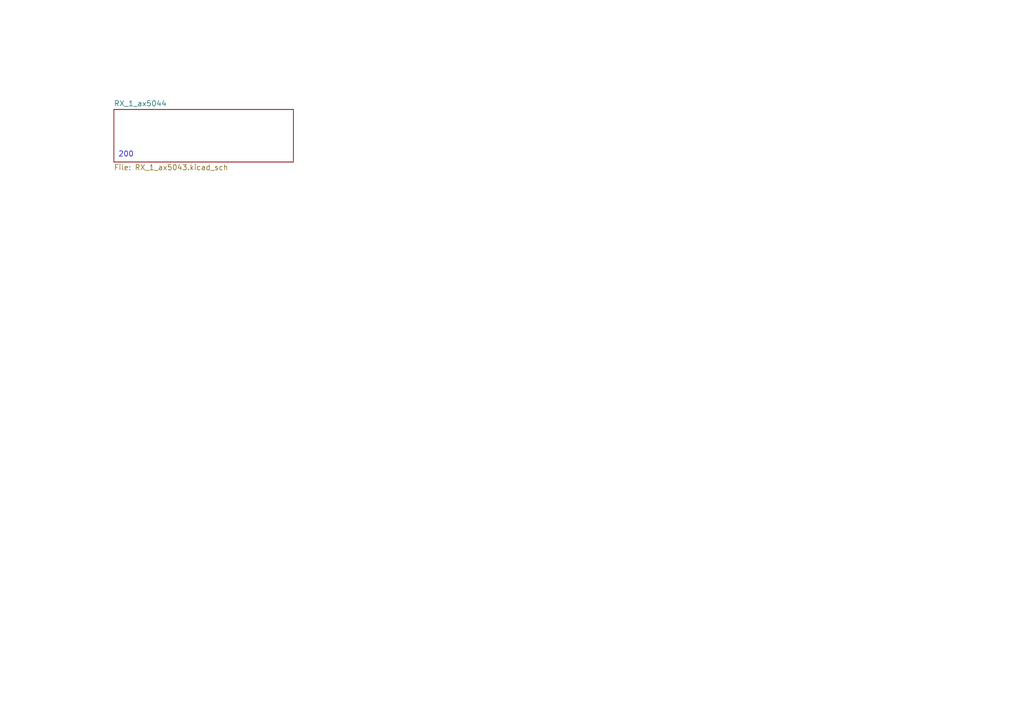
<source format=kicad_sch>
(kicad_sch
	(version 20250114)
	(generator "eeschema")
	(generator_version "9.0")
	(uuid "014f7770-49e3-40ce-a0eb-23c472987035")
	(paper "A4")
	(lib_symbols)
	(text "200"
		(exclude_from_sim no)
		(at 34.29 45.72 0)
		(effects
			(font
				(size 1.524 1.524)
			)
			(justify left bottom)
		)
		(uuid "f9575428-a63e-4311-85ed-3d56652e8ce3")
	)
	(sheet
		(at 33.02 31.75)
		(size 52.07 15.24)
		(exclude_from_sim no)
		(in_bom yes)
		(on_board yes)
		(dnp no)
		(fields_autoplaced yes)
		(stroke
			(width 0)
			(type solid)
		)
		(fill
			(color 0 0 0 0.0000)
		)
		(uuid "bc27fde3-8cca-4897-854d-674b6eeb65de")
		(property "Sheetname" "RX_1_ax5044"
			(at 33.02 30.9114 0)
			(effects
				(font
					(size 1.524 1.524)
				)
				(justify left bottom)
			)
		)
		(property "Sheetfile" "RX_1_ax5043.kicad_sch"
			(at 33.02 47.6762 0)
			(effects
				(font
					(size 1.524 1.524)
				)
				(justify left top)
			)
		)
		(instances
			(project "PacSat_AFSK"
				(path "/cc9f42d2-6985-41ac-acab-5ab7b01c5b38/08b601c8-ef5c-4c4a-8b80-34005eff379c"
					(page "3")
				)
			)
		)
	)
)

</source>
